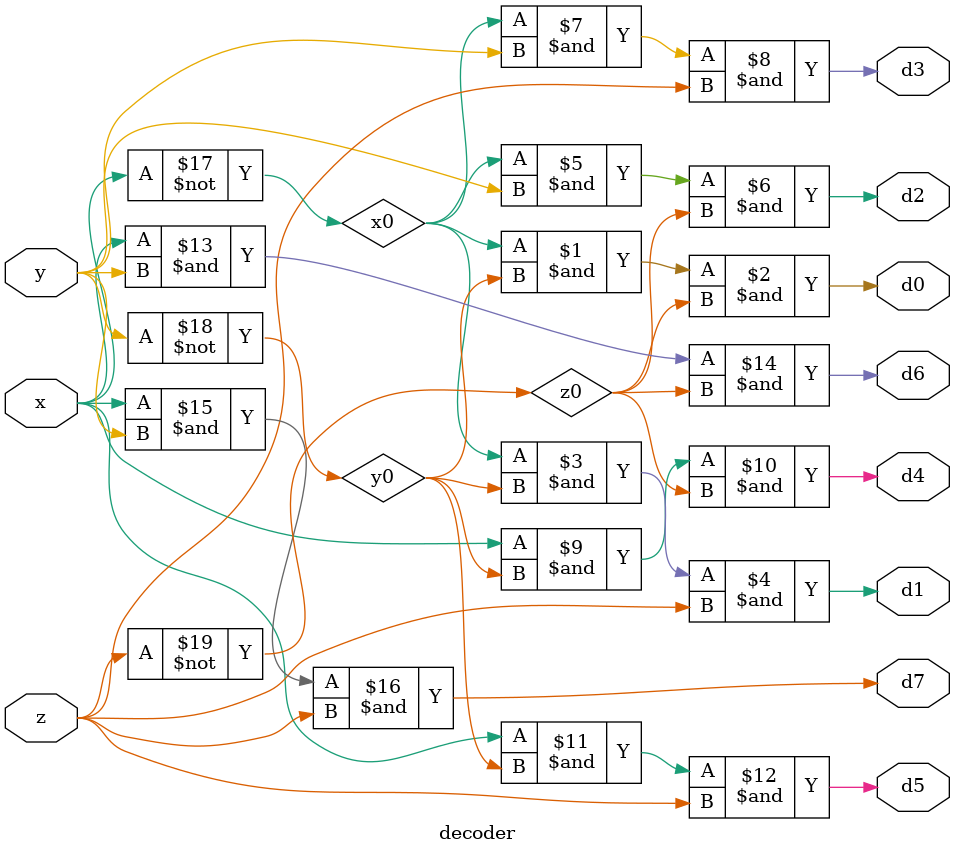
<source format=v>
module decoder(d0,d1,d2,d3,d4,d5,d6,d7,x,y,z); 
	input x,y,z; 
	output d0,d1,d2,d3,d4,d5,d6,d7; 
	wire x0,y0,z0; 
	not n1(x0,x); 
	not n2(y0,y); 
	not n3(z0,z); 
	and a0(d0,x0,y0,z0); 
	and a1(d1,x0,y0,z); 
	and a2(d2,x0,y,z0); 
	and a3(d3,x0,y,z); 
	and a4(d4,x,y0,z0); 
	and a5(d5,x,y0,z); 
	and a6(d6,x,y,z0); 
	and a7(d7,x,y,z);
endmodule

</source>
